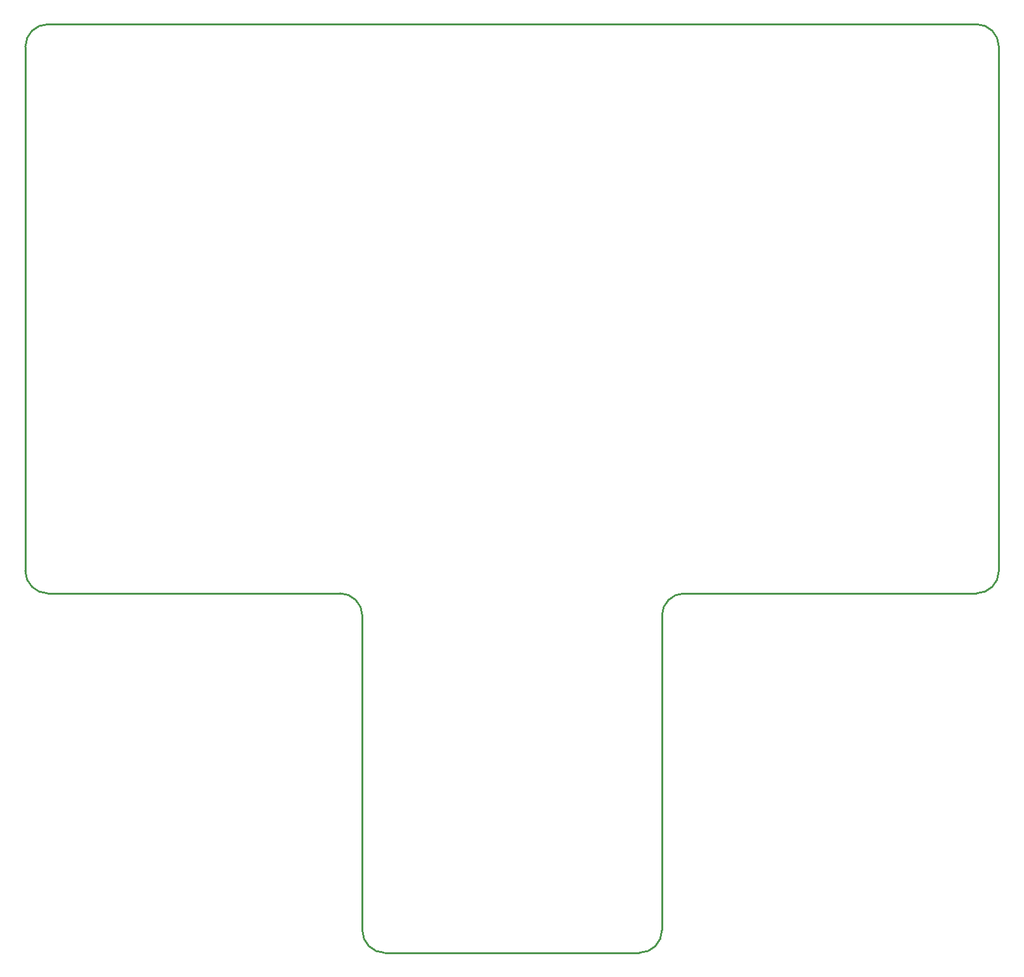
<source format=gm1>
G04*
G04 #@! TF.GenerationSoftware,Altium Limited,Altium Designer,23.3.1 (30)*
G04*
G04 Layer_Color=16711935*
%FSLAX44Y44*%
%MOMM*%
G71*
G04*
G04 #@! TF.SameCoordinates,DCB42576-95BD-42AD-BAF6-B7D1C35FFA17*
G04*
G04*
G04 #@! TF.FilePolarity,Positive*
G04*
G01*
G75*
%ADD15C,0.2540*%
D15*
X-620000Y1200000D02*
G03*
X-650000Y1170000I0J-30000D01*
G01*
Y470000D02*
G03*
X-620000Y440000I30000J0D01*
G01*
X-200000Y410000D02*
G03*
X-230000Y440000I-30000J0D01*
G01*
X-200000Y-10000D02*
G03*
X-170000Y-40000I30000J0D01*
G01*
X170000D02*
G03*
X200000Y-10000I0J30000D01*
G01*
X230000Y440000D02*
G03*
X200000Y410000I0J-30000D01*
G01*
X620000Y440000D02*
G03*
X650000Y470000I0J30000D01*
G01*
Y1170000D02*
G03*
X620000Y1200000I-30000J0D01*
G01*
X-650000Y1170000D02*
X-650000Y470000D01*
X-620000Y440000D02*
X-230000Y440000D01*
X-620000Y1200000D02*
X620000Y1200000D01*
X-200000Y-10000D02*
X-200000Y410000D01*
X-170000Y-40000D02*
X170000D01*
X200000Y-10000D02*
X200000Y410000D01*
X230000Y440000D02*
X620000D01*
X650000Y1170000D02*
X650000Y470000D01*
M02*

</source>
